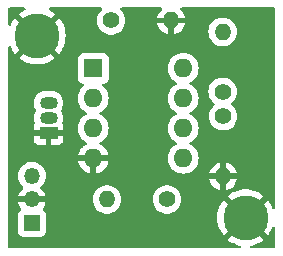
<source format=gbr>
%TF.GenerationSoftware,KiCad,Pcbnew,(7.0.0)*%
%TF.CreationDate,2023-11-14T13:44:42+01:00*%
%TF.ProjectId,LDR,4c44522e-6b69-4636-9164-5f7063625858,rev?*%
%TF.SameCoordinates,Original*%
%TF.FileFunction,Copper,L2,Bot*%
%TF.FilePolarity,Positive*%
%FSLAX46Y46*%
G04 Gerber Fmt 4.6, Leading zero omitted, Abs format (unit mm)*
G04 Created by KiCad (PCBNEW (7.0.0)) date 2023-11-14 13:44:42*
%MOMM*%
%LPD*%
G01*
G04 APERTURE LIST*
%TA.AperFunction,ComponentPad*%
%ADD10C,3.800000*%
%TD*%
%TA.AperFunction,ComponentPad*%
%ADD11C,1.400000*%
%TD*%
%TA.AperFunction,ComponentPad*%
%ADD12O,1.400000X1.400000*%
%TD*%
%TA.AperFunction,ComponentPad*%
%ADD13R,1.500000X1.050000*%
%TD*%
%TA.AperFunction,ComponentPad*%
%ADD14O,1.500000X1.050000*%
%TD*%
%TA.AperFunction,ComponentPad*%
%ADD15R,1.600000X1.600000*%
%TD*%
%TA.AperFunction,ComponentPad*%
%ADD16O,1.600000X1.600000*%
%TD*%
%TA.AperFunction,ComponentPad*%
%ADD17R,1.350000X1.350000*%
%TD*%
%TA.AperFunction,ComponentPad*%
%ADD18O,1.350000X1.350000*%
%TD*%
%TA.AperFunction,Conductor*%
%ADD19C,0.250000*%
%TD*%
G04 APERTURE END LIST*
D10*
%TO.P,H1,1,1*%
%TO.N,GND*%
X203250000Y-54900000D03*
%TD*%
D11*
%TO.P,R1,1*%
%TO.N,Net-(U1--A)*%
X209510000Y-53600000D03*
D12*
%TO.P,R1,2*%
%TO.N,GND*%
X214589999Y-53599999D03*
%TD*%
D11*
%TO.P,R2,1*%
%TO.N,+3V3*%
X218950000Y-59640000D03*
D12*
%TO.P,R2,2*%
%TO.N,Net-(U1-+A)*%
X218949999Y-54559999D03*
%TD*%
D11*
%TO.P,R3,1*%
%TO.N,+3V3*%
X214240000Y-68750000D03*
D12*
%TO.P,R3,2*%
%TO.N,Net-(U1--A)*%
X209159999Y-68749999D03*
%TD*%
D11*
%TO.P,R4,1*%
%TO.N,Net-(U1-+A)*%
X219000000Y-61710000D03*
D12*
%TO.P,R4,2*%
%TO.N,GND*%
X218999999Y-66789999D03*
%TD*%
D13*
%TO.P,Q1,1,E*%
%TO.N,GND*%
X204209999Y-63119999D03*
D14*
%TO.P,Q1,2,B*%
%TO.N,Net-(Q1-B)*%
X204209999Y-61849999D03*
%TO.P,Q1,3,C*%
%TO.N,3V3_en*%
X204209999Y-60579999D03*
%TD*%
D10*
%TO.P,H2,1,1*%
%TO.N,GND*%
X220900000Y-70300000D03*
%TD*%
D15*
%TO.P,U1,1,OUT-A*%
%TO.N,Net-(Q1-B)*%
X207999999Y-57649999D03*
D16*
%TO.P,U1,2,-A*%
%TO.N,Net-(U1--A)*%
X207999999Y-60189999D03*
%TO.P,U1,3,+A*%
%TO.N,Net-(U1-+A)*%
X207999999Y-62729999D03*
%TO.P,U1,4,GND*%
%TO.N,GND*%
X207999999Y-65269999D03*
%TO.P,U1,5*%
%TO.N,N/C*%
X215619999Y-65269999D03*
%TO.P,U1,6*%
X215619999Y-62729999D03*
%TO.P,U1,7*%
X215619999Y-60189999D03*
%TO.P,U1,8,V+*%
%TO.N,+3V3*%
X215619999Y-57649999D03*
%TD*%
D17*
%TO.P,J1,1,Pin_1*%
%TO.N,+3V3*%
X202799999Y-70749999D03*
D18*
%TO.P,J1,2,Pin_2*%
%TO.N,GND*%
X202799999Y-68749999D03*
%TO.P,J1,3,Pin_3*%
%TO.N,3V3_en*%
X202799999Y-66749999D03*
%TD*%
D19*
%TO.N,3V3_en*%
X203620000Y-60580000D02*
X204210000Y-60580000D01*
%TD*%
%TA.AperFunction,Conductor*%
%TO.N,GND*%
G36*
X202212377Y-52517373D02*
G01*
X202257831Y-52563402D01*
X202273918Y-52626058D01*
X202256261Y-52688290D01*
X202209666Y-52733162D01*
X201964892Y-52867727D01*
X201958309Y-52871905D01*
X201747441Y-53025109D01*
X201740167Y-53033295D01*
X201746073Y-53042520D01*
X203238457Y-54534904D01*
X203250000Y-54541568D01*
X203261542Y-54534904D01*
X204753927Y-53042518D01*
X204759831Y-53033294D01*
X204752560Y-53025111D01*
X204541679Y-52871897D01*
X204535115Y-52867732D01*
X204290334Y-52733162D01*
X204243739Y-52688290D01*
X204226082Y-52626058D01*
X204242169Y-52563402D01*
X204287623Y-52517373D01*
X204350072Y-52500500D01*
X208614052Y-52500500D01*
X208671365Y-52514540D01*
X208715700Y-52553481D01*
X208737016Y-52608504D01*
X208730487Y-52667150D01*
X208697590Y-52716137D01*
X208623259Y-52783897D01*
X208623249Y-52783907D01*
X208619019Y-52787764D01*
X208615570Y-52792330D01*
X208615561Y-52792341D01*
X208488394Y-52960738D01*
X208488387Y-52960748D01*
X208484942Y-52965311D01*
X208482392Y-52970431D01*
X208482387Y-52970440D01*
X208388325Y-53159341D01*
X208388321Y-53159349D01*
X208385771Y-53164472D01*
X208384205Y-53169975D01*
X208384201Y-53169986D01*
X208330281Y-53359500D01*
X208324885Y-53378464D01*
X208324356Y-53384169D01*
X208324356Y-53384171D01*
X208322786Y-53401111D01*
X208304357Y-53600000D01*
X208324885Y-53821536D01*
X208326454Y-53827050D01*
X208384201Y-54030013D01*
X208384204Y-54030021D01*
X208385771Y-54035528D01*
X208388323Y-54040653D01*
X208388325Y-54040658D01*
X208482387Y-54229559D01*
X208482389Y-54229563D01*
X208484942Y-54234689D01*
X208488391Y-54239256D01*
X208488394Y-54239261D01*
X208615561Y-54407658D01*
X208615566Y-54407663D01*
X208619019Y-54412236D01*
X208623255Y-54416097D01*
X208623259Y-54416102D01*
X208735603Y-54518517D01*
X208783438Y-54562124D01*
X208972599Y-54679247D01*
X209180060Y-54759618D01*
X209398757Y-54800500D01*
X209615514Y-54800500D01*
X209621243Y-54800500D01*
X209839940Y-54759618D01*
X210047401Y-54679247D01*
X210236562Y-54562124D01*
X210400981Y-54412236D01*
X210535058Y-54234689D01*
X210634229Y-54035528D01*
X210686282Y-53852580D01*
X213416920Y-53852580D01*
X213417440Y-53863835D01*
X213464672Y-54029840D01*
X213468792Y-54040474D01*
X213562813Y-54229295D01*
X213568820Y-54238997D01*
X213695932Y-54407320D01*
X213703630Y-54415764D01*
X213859505Y-54557862D01*
X213868609Y-54564738D01*
X214047950Y-54675781D01*
X214058163Y-54680867D01*
X214254855Y-54757066D01*
X214265831Y-54760188D01*
X214326570Y-54771542D01*
X214337598Y-54771160D01*
X214340000Y-54760393D01*
X214840000Y-54760393D01*
X214842401Y-54771160D01*
X214853429Y-54771542D01*
X214914168Y-54760188D01*
X214925144Y-54757066D01*
X215121836Y-54680867D01*
X215132049Y-54675781D01*
X215311390Y-54564738D01*
X215317663Y-54560000D01*
X217744357Y-54560000D01*
X217744886Y-54565709D01*
X217763923Y-54771160D01*
X217764885Y-54781536D01*
X217766454Y-54787050D01*
X217824201Y-54990013D01*
X217824204Y-54990021D01*
X217825771Y-54995528D01*
X217828323Y-55000653D01*
X217828325Y-55000658D01*
X217922387Y-55189559D01*
X217922389Y-55189563D01*
X217924942Y-55194689D01*
X217928391Y-55199256D01*
X217928394Y-55199261D01*
X218055561Y-55367658D01*
X218055566Y-55367663D01*
X218059019Y-55372236D01*
X218063255Y-55376097D01*
X218063259Y-55376102D01*
X218175603Y-55478517D01*
X218223438Y-55522124D01*
X218412599Y-55639247D01*
X218620060Y-55719618D01*
X218838757Y-55760500D01*
X219055514Y-55760500D01*
X219061243Y-55760500D01*
X219279940Y-55719618D01*
X219487401Y-55639247D01*
X219676562Y-55522124D01*
X219840981Y-55372236D01*
X219975058Y-55194689D01*
X220074229Y-54995528D01*
X220135115Y-54781536D01*
X220155643Y-54560000D01*
X220135115Y-54338464D01*
X220074229Y-54124472D01*
X219975058Y-53925311D01*
X219928634Y-53863835D01*
X219844438Y-53752341D01*
X219844434Y-53752337D01*
X219840981Y-53747764D01*
X219836744Y-53743901D01*
X219836740Y-53743897D01*
X219680796Y-53601736D01*
X219680797Y-53601736D01*
X219676562Y-53597876D01*
X219671692Y-53594861D01*
X219671690Y-53594859D01*
X219543782Y-53515663D01*
X219487401Y-53480753D01*
X219279940Y-53400382D01*
X219248159Y-53394441D01*
X219066872Y-53360552D01*
X219066869Y-53360551D01*
X219061243Y-53359500D01*
X218838757Y-53359500D01*
X218833131Y-53360551D01*
X218833127Y-53360552D01*
X218625697Y-53399328D01*
X218625694Y-53399328D01*
X218620060Y-53400382D01*
X218614717Y-53402451D01*
X218614713Y-53402453D01*
X218417941Y-53478683D01*
X218417936Y-53478685D01*
X218412599Y-53480753D01*
X218407727Y-53483769D01*
X218407724Y-53483771D01*
X218228309Y-53594859D01*
X218228301Y-53594864D01*
X218223438Y-53597876D01*
X218219207Y-53601732D01*
X218219203Y-53601736D01*
X218063259Y-53743897D01*
X218063249Y-53743907D01*
X218059019Y-53747764D01*
X218055570Y-53752330D01*
X218055561Y-53752341D01*
X217928394Y-53920738D01*
X217928387Y-53920748D01*
X217924942Y-53925311D01*
X217922392Y-53930431D01*
X217922387Y-53930440D01*
X217828325Y-54119341D01*
X217828321Y-54119349D01*
X217825771Y-54124472D01*
X217824205Y-54129975D01*
X217824201Y-54129986D01*
X217766454Y-54332949D01*
X217764885Y-54338464D01*
X217744357Y-54560000D01*
X215317663Y-54560000D01*
X215320494Y-54557862D01*
X215476369Y-54415764D01*
X215484067Y-54407320D01*
X215611179Y-54238997D01*
X215617186Y-54229295D01*
X215711207Y-54040474D01*
X215715327Y-54029840D01*
X215762559Y-53863835D01*
X215763079Y-53852580D01*
X215752110Y-53850000D01*
X214856326Y-53850000D01*
X214843450Y-53853450D01*
X214840000Y-53866326D01*
X214840000Y-54760393D01*
X214340000Y-54760393D01*
X214340000Y-53866326D01*
X214336549Y-53853450D01*
X214323674Y-53850000D01*
X213427890Y-53850000D01*
X213416920Y-53852580D01*
X210686282Y-53852580D01*
X210695115Y-53821536D01*
X210715643Y-53600000D01*
X210695115Y-53378464D01*
X210634229Y-53164472D01*
X210535058Y-52965311D01*
X210531605Y-52960738D01*
X210404438Y-52792341D01*
X210404434Y-52792337D01*
X210400981Y-52787764D01*
X210396744Y-52783901D01*
X210396740Y-52783897D01*
X210322410Y-52716137D01*
X210289513Y-52667150D01*
X210282984Y-52608504D01*
X210304300Y-52553481D01*
X210348635Y-52514540D01*
X210405948Y-52500500D01*
X213694794Y-52500500D01*
X213752107Y-52514540D01*
X213796442Y-52553481D01*
X213817758Y-52608504D01*
X213811229Y-52667150D01*
X213778332Y-52716137D01*
X213703630Y-52784235D01*
X213695932Y-52792679D01*
X213568820Y-52961002D01*
X213562813Y-52970704D01*
X213468792Y-53159525D01*
X213464672Y-53170159D01*
X213417440Y-53336164D01*
X213416920Y-53347419D01*
X213427890Y-53350000D01*
X215752110Y-53350000D01*
X215763079Y-53347419D01*
X215762559Y-53336164D01*
X215715327Y-53170159D01*
X215711207Y-53159525D01*
X215617186Y-52970704D01*
X215611179Y-52961002D01*
X215484067Y-52792679D01*
X215476369Y-52784235D01*
X215401668Y-52716137D01*
X215368771Y-52667150D01*
X215362242Y-52608504D01*
X215383558Y-52553481D01*
X215427893Y-52514540D01*
X215485206Y-52500500D01*
X223275500Y-52500500D01*
X223337500Y-52517113D01*
X223382887Y-52562500D01*
X223399500Y-52624500D01*
X223399500Y-69443203D01*
X223380197Y-69509645D01*
X223328297Y-69555402D01*
X223259959Y-69566225D01*
X223196460Y-69538747D01*
X223157569Y-69481521D01*
X223137078Y-69418458D01*
X223134218Y-69411234D01*
X223008949Y-69145023D01*
X223005207Y-69138217D01*
X222847569Y-68889818D01*
X222842993Y-68883520D01*
X222775725Y-68802208D01*
X222764423Y-68794440D01*
X222752441Y-68801110D01*
X221265095Y-70288457D01*
X221258431Y-70299999D01*
X221265095Y-70311542D01*
X222752441Y-71798888D01*
X222764424Y-71805558D01*
X222775723Y-71797793D01*
X222842997Y-71716474D01*
X222847568Y-71710182D01*
X223005207Y-71461782D01*
X223008949Y-71454976D01*
X223134218Y-71188765D01*
X223137078Y-71181541D01*
X223157569Y-71118479D01*
X223196460Y-71061253D01*
X223259959Y-71033775D01*
X223328297Y-71044598D01*
X223380197Y-71090355D01*
X223399500Y-71156797D01*
X223399500Y-72775500D01*
X223382887Y-72837500D01*
X223337500Y-72882887D01*
X223275500Y-72899500D01*
X221407747Y-72899500D01*
X221350298Y-72885389D01*
X221305924Y-72846268D01*
X221284725Y-72791041D01*
X221291524Y-72732277D01*
X221324775Y-72683350D01*
X221376909Y-72655396D01*
X221639334Y-72588016D01*
X221646729Y-72585613D01*
X221920266Y-72477313D01*
X221927305Y-72474000D01*
X222185108Y-72332272D01*
X222191678Y-72328102D01*
X222402560Y-72174887D01*
X222409831Y-72166704D01*
X222403927Y-72157480D01*
X220911542Y-70665095D01*
X220900000Y-70658431D01*
X220888457Y-70665095D01*
X219396071Y-72157480D01*
X219390167Y-72166704D01*
X219397438Y-72174887D01*
X219608320Y-72328102D01*
X219614891Y-72332272D01*
X219872694Y-72474000D01*
X219879733Y-72477313D01*
X220153270Y-72585613D01*
X220160665Y-72588016D01*
X220423091Y-72655396D01*
X220475225Y-72683350D01*
X220508476Y-72732277D01*
X220515275Y-72791041D01*
X220494076Y-72846268D01*
X220449702Y-72885389D01*
X220392253Y-72899500D01*
X200924500Y-72899500D01*
X200862500Y-72882887D01*
X200817113Y-72837500D01*
X200800500Y-72775500D01*
X200800500Y-71469578D01*
X201624500Y-71469578D01*
X201624501Y-71472872D01*
X201624853Y-71476150D01*
X201624854Y-71476161D01*
X201630079Y-71524768D01*
X201630080Y-71524773D01*
X201630909Y-71532483D01*
X201633619Y-71539749D01*
X201633620Y-71539753D01*
X201667217Y-71629831D01*
X201681204Y-71667331D01*
X201686518Y-71674430D01*
X201686519Y-71674431D01*
X201713281Y-71710181D01*
X201767454Y-71782546D01*
X201882669Y-71868796D01*
X202017517Y-71919091D01*
X202077127Y-71925500D01*
X203522872Y-71925499D01*
X203582483Y-71919091D01*
X203717331Y-71868796D01*
X203832546Y-71782546D01*
X203918796Y-71667331D01*
X203969091Y-71532483D01*
X203975500Y-71472873D01*
X203975499Y-70303894D01*
X218495500Y-70303894D01*
X218513972Y-70597500D01*
X218514946Y-70605220D01*
X218570073Y-70894206D01*
X218572009Y-70901745D01*
X218662921Y-71181541D01*
X218665781Y-71188765D01*
X218791050Y-71454976D01*
X218794792Y-71461782D01*
X218952430Y-71710181D01*
X218957006Y-71716479D01*
X219024273Y-71797790D01*
X219035575Y-71805558D01*
X219047557Y-71798888D01*
X220534904Y-70311542D01*
X220541568Y-70299999D01*
X220534904Y-70288457D01*
X219047558Y-68801111D01*
X219035574Y-68794441D01*
X219024273Y-68802208D01*
X218957001Y-68883526D01*
X218952434Y-68889812D01*
X218794792Y-69138217D01*
X218791050Y-69145023D01*
X218665781Y-69411234D01*
X218662921Y-69418458D01*
X218572009Y-69698254D01*
X218570073Y-69705793D01*
X218514946Y-69994779D01*
X218513972Y-70002499D01*
X218495500Y-70296106D01*
X218495500Y-70303894D01*
X203975499Y-70303894D01*
X203975499Y-70027128D01*
X203969091Y-69967517D01*
X203918796Y-69832669D01*
X203832546Y-69717454D01*
X203820268Y-69708263D01*
X203806167Y-69697706D01*
X203746492Y-69653034D01*
X203706748Y-69602422D01*
X203697724Y-69538703D01*
X203721851Y-69479042D01*
X203799833Y-69375777D01*
X203805839Y-69366078D01*
X203897791Y-69181413D01*
X203901919Y-69170757D01*
X203946567Y-69013838D01*
X203947088Y-69002579D01*
X203936120Y-69000000D01*
X201663880Y-69000000D01*
X201652911Y-69002579D01*
X201653432Y-69013838D01*
X201698080Y-69170757D01*
X201702208Y-69181413D01*
X201794160Y-69366078D01*
X201800166Y-69375777D01*
X201878148Y-69479042D01*
X201902275Y-69538703D01*
X201893251Y-69602421D01*
X201853505Y-69653036D01*
X201774550Y-69712141D01*
X201774546Y-69712144D01*
X201767454Y-69717454D01*
X201762144Y-69724546D01*
X201762141Y-69724550D01*
X201686519Y-69825568D01*
X201686516Y-69825572D01*
X201681204Y-69832669D01*
X201678104Y-69840978D01*
X201678104Y-69840980D01*
X201633620Y-69960247D01*
X201633619Y-69960250D01*
X201630909Y-69967517D01*
X201630079Y-69975227D01*
X201630079Y-69975232D01*
X201624855Y-70023819D01*
X201624854Y-70023831D01*
X201624500Y-70027127D01*
X201624500Y-70030448D01*
X201624500Y-70030449D01*
X201624500Y-71469560D01*
X201624500Y-71469578D01*
X200800500Y-71469578D01*
X200800500Y-68750000D01*
X207954357Y-68750000D01*
X207974885Y-68971536D01*
X207984195Y-69004258D01*
X208034201Y-69180013D01*
X208034204Y-69180021D01*
X208035771Y-69185528D01*
X208038323Y-69190653D01*
X208038325Y-69190658D01*
X208132387Y-69379559D01*
X208132389Y-69379563D01*
X208134942Y-69384689D01*
X208138391Y-69389256D01*
X208138394Y-69389261D01*
X208265561Y-69557658D01*
X208265566Y-69557663D01*
X208269019Y-69562236D01*
X208273255Y-69566097D01*
X208273259Y-69566102D01*
X208344673Y-69631204D01*
X208433438Y-69712124D01*
X208622599Y-69829247D01*
X208830060Y-69909618D01*
X209048757Y-69950500D01*
X209265514Y-69950500D01*
X209271243Y-69950500D01*
X209489940Y-69909618D01*
X209697401Y-69829247D01*
X209886562Y-69712124D01*
X210050981Y-69562236D01*
X210185058Y-69384689D01*
X210284229Y-69185528D01*
X210345115Y-68971536D01*
X210365643Y-68750000D01*
X213034357Y-68750000D01*
X213054885Y-68971536D01*
X213064195Y-69004258D01*
X213114201Y-69180013D01*
X213114204Y-69180021D01*
X213115771Y-69185528D01*
X213118323Y-69190653D01*
X213118325Y-69190658D01*
X213212387Y-69379559D01*
X213212389Y-69379563D01*
X213214942Y-69384689D01*
X213218391Y-69389256D01*
X213218394Y-69389261D01*
X213345561Y-69557658D01*
X213345566Y-69557663D01*
X213349019Y-69562236D01*
X213353255Y-69566097D01*
X213353259Y-69566102D01*
X213424673Y-69631204D01*
X213513438Y-69712124D01*
X213702599Y-69829247D01*
X213910060Y-69909618D01*
X214128757Y-69950500D01*
X214345514Y-69950500D01*
X214351243Y-69950500D01*
X214569940Y-69909618D01*
X214777401Y-69829247D01*
X214966562Y-69712124D01*
X215130981Y-69562236D01*
X215265058Y-69384689D01*
X215364229Y-69185528D01*
X215425115Y-68971536D01*
X215445643Y-68750000D01*
X215425115Y-68528464D01*
X215398037Y-68433295D01*
X219390167Y-68433295D01*
X219396073Y-68442520D01*
X220888457Y-69934904D01*
X220900000Y-69941568D01*
X220911542Y-69934904D01*
X222403927Y-68442518D01*
X222409831Y-68433294D01*
X222402560Y-68425111D01*
X222191679Y-68271897D01*
X222185108Y-68267727D01*
X221927305Y-68125999D01*
X221920266Y-68122686D01*
X221646729Y-68014386D01*
X221639334Y-68011983D01*
X221354374Y-67938817D01*
X221346743Y-67937362D01*
X221054859Y-67900488D01*
X221047101Y-67900000D01*
X220752899Y-67900000D01*
X220745140Y-67900488D01*
X220453256Y-67937362D01*
X220445625Y-67938817D01*
X220160665Y-68011983D01*
X220153270Y-68014386D01*
X219879733Y-68122686D01*
X219872694Y-68125999D01*
X219614899Y-68267723D01*
X219608309Y-68271905D01*
X219397441Y-68425109D01*
X219390167Y-68433295D01*
X215398037Y-68433295D01*
X215373539Y-68347194D01*
X215365798Y-68319986D01*
X215365797Y-68319984D01*
X215364229Y-68314472D01*
X215265058Y-68115311D01*
X215261605Y-68110738D01*
X215134438Y-67942341D01*
X215134434Y-67942337D01*
X215130981Y-67937764D01*
X215126744Y-67933901D01*
X215126740Y-67933897D01*
X214970796Y-67791736D01*
X214970797Y-67791736D01*
X214966562Y-67787876D01*
X214961692Y-67784861D01*
X214961690Y-67784859D01*
X214782275Y-67673771D01*
X214782276Y-67673771D01*
X214777401Y-67670753D01*
X214746291Y-67658701D01*
X214575286Y-67592453D01*
X214575285Y-67592452D01*
X214569940Y-67590382D01*
X214564302Y-67589328D01*
X214356872Y-67550552D01*
X214356869Y-67550551D01*
X214351243Y-67549500D01*
X214128757Y-67549500D01*
X214123131Y-67550551D01*
X214123127Y-67550552D01*
X213915697Y-67589328D01*
X213915694Y-67589328D01*
X213910060Y-67590382D01*
X213904717Y-67592451D01*
X213904713Y-67592453D01*
X213707941Y-67668683D01*
X213707936Y-67668685D01*
X213702599Y-67670753D01*
X213697727Y-67673769D01*
X213697724Y-67673771D01*
X213518309Y-67784859D01*
X213518301Y-67784864D01*
X213513438Y-67787876D01*
X213509207Y-67791732D01*
X213509203Y-67791736D01*
X213353259Y-67933897D01*
X213353249Y-67933907D01*
X213349019Y-67937764D01*
X213345570Y-67942330D01*
X213345561Y-67942341D01*
X213218394Y-68110738D01*
X213218387Y-68110748D01*
X213214942Y-68115311D01*
X213212392Y-68120431D01*
X213212387Y-68120440D01*
X213118325Y-68309341D01*
X213118321Y-68309349D01*
X213115771Y-68314472D01*
X213114205Y-68319975D01*
X213114201Y-68319986D01*
X213056454Y-68522949D01*
X213054885Y-68528464D01*
X213034357Y-68750000D01*
X210365643Y-68750000D01*
X210345115Y-68528464D01*
X210293539Y-68347194D01*
X210285798Y-68319986D01*
X210285797Y-68319984D01*
X210284229Y-68314472D01*
X210185058Y-68115311D01*
X210181605Y-68110738D01*
X210054438Y-67942341D01*
X210054434Y-67942337D01*
X210050981Y-67937764D01*
X210046744Y-67933901D01*
X210046740Y-67933897D01*
X209890796Y-67791736D01*
X209890797Y-67791736D01*
X209886562Y-67787876D01*
X209881692Y-67784861D01*
X209881690Y-67784859D01*
X209702275Y-67673771D01*
X209702276Y-67673771D01*
X209697401Y-67670753D01*
X209666291Y-67658701D01*
X209495286Y-67592453D01*
X209495285Y-67592452D01*
X209489940Y-67590382D01*
X209484302Y-67589328D01*
X209276872Y-67550552D01*
X209276869Y-67550551D01*
X209271243Y-67549500D01*
X209048757Y-67549500D01*
X209043131Y-67550551D01*
X209043127Y-67550552D01*
X208835697Y-67589328D01*
X208835694Y-67589328D01*
X208830060Y-67590382D01*
X208824717Y-67592451D01*
X208824713Y-67592453D01*
X208627941Y-67668683D01*
X208627936Y-67668685D01*
X208622599Y-67670753D01*
X208617727Y-67673769D01*
X208617724Y-67673771D01*
X208438309Y-67784859D01*
X208438301Y-67784864D01*
X208433438Y-67787876D01*
X208429207Y-67791732D01*
X208429203Y-67791736D01*
X208273259Y-67933897D01*
X208273249Y-67933907D01*
X208269019Y-67937764D01*
X208265570Y-67942330D01*
X208265561Y-67942341D01*
X208138394Y-68110738D01*
X208138387Y-68110748D01*
X208134942Y-68115311D01*
X208132392Y-68120431D01*
X208132387Y-68120440D01*
X208038325Y-68309341D01*
X208038321Y-68309349D01*
X208035771Y-68314472D01*
X208034205Y-68319975D01*
X208034201Y-68319986D01*
X207976454Y-68522949D01*
X207974885Y-68528464D01*
X207954357Y-68750000D01*
X200800500Y-68750000D01*
X200800500Y-66750000D01*
X201619464Y-66750000D01*
X201639565Y-66966923D01*
X201699183Y-67176459D01*
X201701735Y-67181585D01*
X201701737Y-67181589D01*
X201793733Y-67366342D01*
X201793735Y-67366346D01*
X201796288Y-67371472D01*
X201927573Y-67545322D01*
X201931809Y-67549183D01*
X201931813Y-67549188D01*
X202051944Y-67658701D01*
X202087672Y-67716404D01*
X202087672Y-67784272D01*
X202051944Y-67841975D01*
X201932181Y-67951152D01*
X201924487Y-67959593D01*
X201800169Y-68124217D01*
X201794160Y-68133921D01*
X201702208Y-68318586D01*
X201698080Y-68329242D01*
X201653432Y-68486161D01*
X201652911Y-68497420D01*
X201663880Y-68500000D01*
X203936120Y-68500000D01*
X203947088Y-68497420D01*
X203946567Y-68486161D01*
X203901919Y-68329242D01*
X203897791Y-68318586D01*
X203805839Y-68133921D01*
X203799830Y-68124217D01*
X203675512Y-67959593D01*
X203667818Y-67951152D01*
X203548055Y-67841975D01*
X203512327Y-67784272D01*
X203512327Y-67716404D01*
X203548053Y-67658702D01*
X203672427Y-67545322D01*
X203803712Y-67371472D01*
X203900817Y-67176459D01*
X203938909Y-67042580D01*
X217826920Y-67042580D01*
X217827440Y-67053835D01*
X217874672Y-67219840D01*
X217878792Y-67230474D01*
X217972813Y-67419295D01*
X217978820Y-67428997D01*
X218105932Y-67597320D01*
X218113630Y-67605764D01*
X218269505Y-67747862D01*
X218278609Y-67754738D01*
X218457950Y-67865781D01*
X218468163Y-67870867D01*
X218664855Y-67947066D01*
X218675831Y-67950188D01*
X218736570Y-67961542D01*
X218747598Y-67961160D01*
X218750000Y-67950393D01*
X219250000Y-67950393D01*
X219252401Y-67961160D01*
X219263429Y-67961542D01*
X219324168Y-67950188D01*
X219335144Y-67947066D01*
X219531836Y-67870867D01*
X219542049Y-67865781D01*
X219721390Y-67754738D01*
X219730494Y-67747862D01*
X219886369Y-67605764D01*
X219894067Y-67597320D01*
X220021179Y-67428997D01*
X220027186Y-67419295D01*
X220121207Y-67230474D01*
X220125327Y-67219840D01*
X220172559Y-67053835D01*
X220173079Y-67042580D01*
X220162110Y-67040000D01*
X219266326Y-67040000D01*
X219253450Y-67043450D01*
X219250000Y-67056326D01*
X219250000Y-67950393D01*
X218750000Y-67950393D01*
X218750000Y-67056326D01*
X218746549Y-67043450D01*
X218733674Y-67040000D01*
X217837890Y-67040000D01*
X217826920Y-67042580D01*
X203938909Y-67042580D01*
X203960435Y-66966923D01*
X203980536Y-66750000D01*
X203960435Y-66533077D01*
X203900817Y-66323541D01*
X203803712Y-66128528D01*
X203672427Y-65954678D01*
X203511432Y-65807912D01*
X203506562Y-65804897D01*
X203506560Y-65804895D01*
X203331086Y-65696247D01*
X203331085Y-65696246D01*
X203326210Y-65693228D01*
X203320863Y-65691156D01*
X203320860Y-65691155D01*
X203161987Y-65629607D01*
X203123069Y-65614530D01*
X203117443Y-65613478D01*
X203117435Y-65613476D01*
X202914555Y-65575552D01*
X202914552Y-65575551D01*
X202908926Y-65574500D01*
X202691074Y-65574500D01*
X202685448Y-65575551D01*
X202685444Y-65575552D01*
X202482564Y-65613476D01*
X202482553Y-65613478D01*
X202476931Y-65614530D01*
X202471584Y-65616601D01*
X202471582Y-65616602D01*
X202279139Y-65691155D01*
X202279132Y-65691158D01*
X202273790Y-65693228D01*
X202268918Y-65696244D01*
X202268913Y-65696247D01*
X202093439Y-65804895D01*
X202093431Y-65804900D01*
X202088568Y-65807912D01*
X202084337Y-65811768D01*
X202084333Y-65811772D01*
X201931813Y-65950812D01*
X201931809Y-65950816D01*
X201927573Y-65954678D01*
X201924119Y-65959251D01*
X201924116Y-65959255D01*
X201808038Y-66112968D01*
X201796288Y-66128528D01*
X201793738Y-66133648D01*
X201793733Y-66133657D01*
X201701737Y-66318410D01*
X201701733Y-66318418D01*
X201699183Y-66323541D01*
X201697614Y-66329053D01*
X201697614Y-66329055D01*
X201650556Y-66494449D01*
X201639565Y-66533077D01*
X201639036Y-66538782D01*
X201639036Y-66538784D01*
X201635637Y-66575468D01*
X201619464Y-66750000D01*
X200800500Y-66750000D01*
X200800500Y-65522551D01*
X206724452Y-65522551D01*
X206724820Y-65533780D01*
X206772330Y-65711092D01*
X206776022Y-65721234D01*
X206867579Y-65917580D01*
X206872967Y-65926912D01*
X206997232Y-66104381D01*
X207004169Y-66112647D01*
X207157352Y-66265830D01*
X207165618Y-66272767D01*
X207343087Y-66397032D01*
X207352419Y-66402420D01*
X207548765Y-66493977D01*
X207558907Y-66497669D01*
X207736219Y-66545179D01*
X207747448Y-66545547D01*
X207750000Y-66534605D01*
X208250000Y-66534605D01*
X208252551Y-66545547D01*
X208263780Y-66545179D01*
X208441092Y-66497669D01*
X208451234Y-66493977D01*
X208647580Y-66402420D01*
X208656912Y-66397032D01*
X208834381Y-66272767D01*
X208842647Y-66265830D01*
X208995830Y-66112647D01*
X209002767Y-66104381D01*
X209127032Y-65926912D01*
X209132420Y-65917580D01*
X209223977Y-65721234D01*
X209227669Y-65711092D01*
X209275179Y-65533780D01*
X209275547Y-65522551D01*
X209264605Y-65520000D01*
X208266326Y-65520000D01*
X208253450Y-65523450D01*
X208250000Y-65536326D01*
X208250000Y-66534605D01*
X207750000Y-66534605D01*
X207750000Y-65536326D01*
X207746549Y-65523450D01*
X207733674Y-65520000D01*
X206735395Y-65520000D01*
X206724452Y-65522551D01*
X200800500Y-65522551D01*
X200800500Y-65270000D01*
X214314532Y-65270000D01*
X214334365Y-65496692D01*
X214335762Y-65501907D01*
X214335764Y-65501916D01*
X214391858Y-65711263D01*
X214391861Y-65711271D01*
X214393261Y-65716496D01*
X214489432Y-65922734D01*
X214492539Y-65927171D01*
X214492540Y-65927173D01*
X214576600Y-66047224D01*
X214619953Y-66109139D01*
X214780861Y-66270047D01*
X214967266Y-66400568D01*
X215173504Y-66496739D01*
X215178734Y-66498140D01*
X215178736Y-66498141D01*
X215330419Y-66538784D01*
X215393308Y-66555635D01*
X215620000Y-66575468D01*
X215846692Y-66555635D01*
X215914675Y-66537419D01*
X217826920Y-66537419D01*
X217837890Y-66540000D01*
X218733674Y-66540000D01*
X218746549Y-66536549D01*
X218750000Y-66523674D01*
X219250000Y-66523674D01*
X219253450Y-66536549D01*
X219266326Y-66540000D01*
X220162110Y-66540000D01*
X220173079Y-66537419D01*
X220172559Y-66526164D01*
X220125327Y-66360159D01*
X220121207Y-66349525D01*
X220027186Y-66160704D01*
X220021179Y-66151002D01*
X219894067Y-65982679D01*
X219886369Y-65974235D01*
X219730494Y-65832137D01*
X219721390Y-65825261D01*
X219542049Y-65714218D01*
X219531836Y-65709132D01*
X219335144Y-65632933D01*
X219324168Y-65629811D01*
X219263429Y-65618457D01*
X219252401Y-65618839D01*
X219250000Y-65629607D01*
X219250000Y-66523674D01*
X218750000Y-66523674D01*
X218750000Y-65629607D01*
X218747598Y-65618839D01*
X218736570Y-65618457D01*
X218675831Y-65629811D01*
X218664855Y-65632933D01*
X218468163Y-65709132D01*
X218457950Y-65714218D01*
X218278609Y-65825261D01*
X218269505Y-65832137D01*
X218113630Y-65974235D01*
X218105932Y-65982679D01*
X217978820Y-66151002D01*
X217972813Y-66160704D01*
X217878792Y-66349525D01*
X217874672Y-66360159D01*
X217827440Y-66526164D01*
X217826920Y-66537419D01*
X215914675Y-66537419D01*
X216066496Y-66496739D01*
X216272734Y-66400568D01*
X216459139Y-66270047D01*
X216620047Y-66109139D01*
X216750568Y-65922734D01*
X216846739Y-65716496D01*
X216905635Y-65496692D01*
X216925468Y-65270000D01*
X216905635Y-65043308D01*
X216846739Y-64823504D01*
X216750568Y-64617266D01*
X216620047Y-64430861D01*
X216459139Y-64269953D01*
X216280686Y-64145000D01*
X216277173Y-64142540D01*
X216277171Y-64142539D01*
X216272734Y-64139432D01*
X216214724Y-64112381D01*
X216162549Y-64066625D01*
X216143130Y-64000000D01*
X216162549Y-63933375D01*
X216214725Y-63887618D01*
X216272734Y-63860568D01*
X216459139Y-63730047D01*
X216620047Y-63569139D01*
X216750568Y-63382734D01*
X216846739Y-63176496D01*
X216905635Y-62956692D01*
X216925468Y-62730000D01*
X216905635Y-62503308D01*
X216867563Y-62361219D01*
X216848141Y-62288736D01*
X216848140Y-62288734D01*
X216846739Y-62283504D01*
X216750568Y-62077266D01*
X216620047Y-61890861D01*
X216459139Y-61729953D01*
X216272734Y-61599432D01*
X216214724Y-61572381D01*
X216162549Y-61526625D01*
X216143130Y-61460000D01*
X216162549Y-61393375D01*
X216214725Y-61347618D01*
X216272734Y-61320568D01*
X216459139Y-61190047D01*
X216620047Y-61029139D01*
X216750568Y-60842734D01*
X216846739Y-60636496D01*
X216905635Y-60416692D01*
X216925468Y-60190000D01*
X216905635Y-59963308D01*
X216846739Y-59743504D01*
X216798474Y-59640000D01*
X217744357Y-59640000D01*
X217764885Y-59861536D01*
X217766454Y-59867050D01*
X217824201Y-60070013D01*
X217824204Y-60070021D01*
X217825771Y-60075528D01*
X217828323Y-60080653D01*
X217828325Y-60080658D01*
X217922387Y-60269559D01*
X217922389Y-60269563D01*
X217924942Y-60274689D01*
X217928391Y-60279256D01*
X217928394Y-60279261D01*
X218055561Y-60447658D01*
X218055566Y-60447663D01*
X218059019Y-60452236D01*
X218063255Y-60456097D01*
X218063259Y-60456102D01*
X218146311Y-60531813D01*
X218219612Y-60598636D01*
X218223438Y-60602124D01*
X218222992Y-60602612D01*
X218254428Y-60639589D01*
X218268603Y-60691683D01*
X218259297Y-60744864D01*
X218228274Y-60789047D01*
X218109019Y-60897764D01*
X218105570Y-60902330D01*
X218105561Y-60902341D01*
X217978394Y-61070738D01*
X217978387Y-61070748D01*
X217974942Y-61075311D01*
X217972392Y-61080431D01*
X217972387Y-61080440D01*
X217878325Y-61269341D01*
X217878321Y-61269349D01*
X217875771Y-61274472D01*
X217874205Y-61279975D01*
X217874201Y-61279986D01*
X217822561Y-61461486D01*
X217814885Y-61488464D01*
X217814356Y-61494169D01*
X217814356Y-61494171D01*
X217794886Y-61704291D01*
X217794357Y-61710000D01*
X217814885Y-61931536D01*
X217816454Y-61937050D01*
X217874201Y-62140013D01*
X217874204Y-62140021D01*
X217875771Y-62145528D01*
X217878323Y-62150653D01*
X217878325Y-62150658D01*
X217972387Y-62339559D01*
X217972389Y-62339563D01*
X217974942Y-62344689D01*
X217978391Y-62349256D01*
X217978394Y-62349261D01*
X218105561Y-62517658D01*
X218105566Y-62517663D01*
X218109019Y-62522236D01*
X218113255Y-62526097D01*
X218113259Y-62526102D01*
X218225603Y-62628517D01*
X218273438Y-62672124D01*
X218462599Y-62789247D01*
X218670060Y-62869618D01*
X218888757Y-62910500D01*
X219105514Y-62910500D01*
X219111243Y-62910500D01*
X219329940Y-62869618D01*
X219537401Y-62789247D01*
X219726562Y-62672124D01*
X219890981Y-62522236D01*
X220025058Y-62344689D01*
X220124229Y-62145528D01*
X220185115Y-61931536D01*
X220205643Y-61710000D01*
X220185115Y-61488464D01*
X220124229Y-61274472D01*
X220025058Y-61075311D01*
X220021605Y-61070738D01*
X219894438Y-60902341D01*
X219894434Y-60902337D01*
X219890981Y-60897764D01*
X219886744Y-60893901D01*
X219886740Y-60893897D01*
X219793523Y-60808919D01*
X219726562Y-60747876D01*
X219726562Y-60747875D01*
X219727006Y-60747388D01*
X219695570Y-60710407D01*
X219681396Y-60658313D01*
X219690703Y-60605134D01*
X219721721Y-60560955D01*
X219840981Y-60452236D01*
X219975058Y-60274689D01*
X220074229Y-60075528D01*
X220135115Y-59861536D01*
X220155643Y-59640000D01*
X220135115Y-59418464D01*
X220074229Y-59204472D01*
X219975058Y-59005311D01*
X219960946Y-58986623D01*
X219844438Y-58832341D01*
X219844434Y-58832337D01*
X219840981Y-58827764D01*
X219836744Y-58823901D01*
X219836740Y-58823897D01*
X219692418Y-58692331D01*
X219676562Y-58677876D01*
X219671692Y-58674861D01*
X219671690Y-58674859D01*
X219493861Y-58564753D01*
X219487401Y-58560753D01*
X219325089Y-58497873D01*
X219285286Y-58482453D01*
X219285285Y-58482452D01*
X219279940Y-58480382D01*
X219274302Y-58479328D01*
X219066872Y-58440552D01*
X219066869Y-58440551D01*
X219061243Y-58439500D01*
X218838757Y-58439500D01*
X218833131Y-58440551D01*
X218833127Y-58440552D01*
X218625697Y-58479328D01*
X218625694Y-58479328D01*
X218620060Y-58480382D01*
X218614717Y-58482451D01*
X218614713Y-58482453D01*
X218417941Y-58558683D01*
X218417936Y-58558685D01*
X218412599Y-58560753D01*
X218407727Y-58563769D01*
X218407724Y-58563771D01*
X218228309Y-58674859D01*
X218228301Y-58674864D01*
X218223438Y-58677876D01*
X218219207Y-58681732D01*
X218219203Y-58681736D01*
X218063259Y-58823897D01*
X218063249Y-58823907D01*
X218059019Y-58827764D01*
X218055570Y-58832330D01*
X218055561Y-58832341D01*
X217928394Y-59000738D01*
X217928387Y-59000748D01*
X217924942Y-59005311D01*
X217922392Y-59010431D01*
X217922387Y-59010440D01*
X217828325Y-59199341D01*
X217828321Y-59199349D01*
X217825771Y-59204472D01*
X217824205Y-59209975D01*
X217824201Y-59209986D01*
X217766454Y-59412949D01*
X217764885Y-59418464D01*
X217764356Y-59424169D01*
X217764356Y-59424171D01*
X217752280Y-59554500D01*
X217744357Y-59640000D01*
X216798474Y-59640000D01*
X216750568Y-59537266D01*
X216620047Y-59350861D01*
X216459139Y-59189953D01*
X216272734Y-59059432D01*
X216267827Y-59057143D01*
X216267817Y-59057138D01*
X216214724Y-59032380D01*
X216162549Y-58986623D01*
X216143130Y-58919997D01*
X216162550Y-58853372D01*
X216214723Y-58807618D01*
X216272734Y-58780568D01*
X216459139Y-58650047D01*
X216620047Y-58489139D01*
X216750568Y-58302734D01*
X216846739Y-58096496D01*
X216905635Y-57876692D01*
X216925468Y-57650000D01*
X216905635Y-57423308D01*
X216846739Y-57203504D01*
X216750568Y-56997266D01*
X216620047Y-56810861D01*
X216459139Y-56649953D01*
X216272734Y-56519432D01*
X216066496Y-56423261D01*
X216061271Y-56421861D01*
X216061263Y-56421858D01*
X215851916Y-56365764D01*
X215851907Y-56365762D01*
X215846692Y-56364365D01*
X215841304Y-56363893D01*
X215841301Y-56363893D01*
X215625395Y-56345004D01*
X215620000Y-56344532D01*
X215614605Y-56345004D01*
X215398698Y-56363893D01*
X215398693Y-56363893D01*
X215393308Y-56364365D01*
X215388094Y-56365762D01*
X215388083Y-56365764D01*
X215178736Y-56421858D01*
X215178724Y-56421862D01*
X215173504Y-56423261D01*
X215168599Y-56425547D01*
X215168594Y-56425550D01*
X214972176Y-56517142D01*
X214972172Y-56517144D01*
X214967266Y-56519432D01*
X214962833Y-56522535D01*
X214962826Y-56522540D01*
X214785296Y-56646847D01*
X214785291Y-56646850D01*
X214780861Y-56649953D01*
X214777037Y-56653776D01*
X214777031Y-56653782D01*
X214623782Y-56807031D01*
X214623776Y-56807037D01*
X214619953Y-56810861D01*
X214616850Y-56815291D01*
X214616847Y-56815296D01*
X214492540Y-56992826D01*
X214492535Y-56992833D01*
X214489432Y-56997266D01*
X214487144Y-57002172D01*
X214487142Y-57002176D01*
X214395550Y-57198594D01*
X214395547Y-57198599D01*
X214393261Y-57203504D01*
X214391862Y-57208724D01*
X214391858Y-57208736D01*
X214335764Y-57418083D01*
X214335762Y-57418094D01*
X214334365Y-57423308D01*
X214314532Y-57650000D01*
X214334365Y-57876692D01*
X214335762Y-57881907D01*
X214335764Y-57881916D01*
X214391858Y-58091263D01*
X214391861Y-58091271D01*
X214393261Y-58096496D01*
X214489432Y-58302734D01*
X214619953Y-58489139D01*
X214780861Y-58650047D01*
X214967266Y-58780568D01*
X214972172Y-58782855D01*
X214972176Y-58782858D01*
X215025274Y-58807618D01*
X215077450Y-58853375D01*
X215096869Y-58920000D01*
X215077450Y-58986625D01*
X215025274Y-59032382D01*
X214972176Y-59057141D01*
X214972163Y-59057148D01*
X214967266Y-59059432D01*
X214962833Y-59062535D01*
X214962826Y-59062540D01*
X214785296Y-59186847D01*
X214785294Y-59186849D01*
X214780861Y-59189953D01*
X214777037Y-59193776D01*
X214777031Y-59193782D01*
X214623782Y-59347031D01*
X214623776Y-59347037D01*
X214619953Y-59350861D01*
X214616850Y-59355291D01*
X214616847Y-59355296D01*
X214492540Y-59532826D01*
X214492535Y-59532833D01*
X214489432Y-59537266D01*
X214487144Y-59542172D01*
X214487142Y-59542176D01*
X214395550Y-59738594D01*
X214395547Y-59738599D01*
X214393261Y-59743504D01*
X214391862Y-59748724D01*
X214391858Y-59748736D01*
X214335764Y-59958083D01*
X214335762Y-59958094D01*
X214334365Y-59963308D01*
X214333893Y-59968693D01*
X214333893Y-59968698D01*
X214324547Y-60075528D01*
X214314532Y-60190000D01*
X214315004Y-60195395D01*
X214321492Y-60269559D01*
X214334365Y-60416692D01*
X214335762Y-60421907D01*
X214335764Y-60421916D01*
X214391858Y-60631263D01*
X214391861Y-60631271D01*
X214393261Y-60636496D01*
X214395549Y-60641403D01*
X214395550Y-60641405D01*
X214457832Y-60774968D01*
X214489432Y-60842734D01*
X214492539Y-60847171D01*
X214492540Y-60847173D01*
X214527964Y-60897764D01*
X214619953Y-61029139D01*
X214780861Y-61190047D01*
X214967266Y-61320568D01*
X214972172Y-61322855D01*
X214972176Y-61322858D01*
X215025274Y-61347618D01*
X215077450Y-61393375D01*
X215096869Y-61460000D01*
X215077450Y-61526625D01*
X215025274Y-61572382D01*
X214972176Y-61597141D01*
X214972163Y-61597148D01*
X214967266Y-61599432D01*
X214962833Y-61602535D01*
X214962826Y-61602540D01*
X214785296Y-61726847D01*
X214785291Y-61726850D01*
X214780861Y-61729953D01*
X214777037Y-61733776D01*
X214777031Y-61733782D01*
X214623782Y-61887031D01*
X214623776Y-61887037D01*
X214619953Y-61890861D01*
X214616850Y-61895291D01*
X214616847Y-61895296D01*
X214492540Y-62072826D01*
X214492535Y-62072833D01*
X214489432Y-62077266D01*
X214487144Y-62082172D01*
X214487142Y-62082176D01*
X214395550Y-62278594D01*
X214395547Y-62278599D01*
X214393261Y-62283504D01*
X214391862Y-62288724D01*
X214391858Y-62288736D01*
X214335764Y-62498083D01*
X214335762Y-62498094D01*
X214334365Y-62503308D01*
X214333893Y-62508693D01*
X214333893Y-62508698D01*
X214319933Y-62668263D01*
X214314532Y-62730000D01*
X214315004Y-62735395D01*
X214330323Y-62910500D01*
X214334365Y-62956692D01*
X214335762Y-62961907D01*
X214335764Y-62961916D01*
X214391858Y-63171263D01*
X214391861Y-63171271D01*
X214393261Y-63176496D01*
X214489432Y-63382734D01*
X214619953Y-63569139D01*
X214780861Y-63730047D01*
X214967266Y-63860568D01*
X214972172Y-63862855D01*
X214972176Y-63862858D01*
X215025274Y-63887618D01*
X215077450Y-63933375D01*
X215096869Y-64000000D01*
X215077450Y-64066625D01*
X215025274Y-64112382D01*
X214972176Y-64137141D01*
X214972163Y-64137148D01*
X214967266Y-64139432D01*
X214962833Y-64142535D01*
X214962826Y-64142540D01*
X214785296Y-64266847D01*
X214785291Y-64266850D01*
X214780861Y-64269953D01*
X214777037Y-64273776D01*
X214777031Y-64273782D01*
X214623782Y-64427031D01*
X214623776Y-64427037D01*
X214619953Y-64430861D01*
X214616850Y-64435291D01*
X214616847Y-64435296D01*
X214492540Y-64612826D01*
X214492535Y-64612833D01*
X214489432Y-64617266D01*
X214487144Y-64622172D01*
X214487142Y-64622176D01*
X214395550Y-64818594D01*
X214395547Y-64818599D01*
X214393261Y-64823504D01*
X214391862Y-64828724D01*
X214391858Y-64828736D01*
X214335764Y-65038083D01*
X214335762Y-65038094D01*
X214334365Y-65043308D01*
X214314532Y-65270000D01*
X200800500Y-65270000D01*
X200800500Y-63689518D01*
X202960000Y-63689518D01*
X202960353Y-63696114D01*
X202965573Y-63744667D01*
X202969111Y-63759641D01*
X203013547Y-63878777D01*
X203021962Y-63894189D01*
X203097498Y-63995092D01*
X203109907Y-64007501D01*
X203210810Y-64083037D01*
X203226222Y-64091452D01*
X203345358Y-64135888D01*
X203360332Y-64139426D01*
X203408885Y-64144646D01*
X203415482Y-64145000D01*
X203943674Y-64145000D01*
X203956549Y-64141549D01*
X203960000Y-64128674D01*
X204460000Y-64128674D01*
X204463450Y-64141549D01*
X204476326Y-64145000D01*
X205004518Y-64145000D01*
X205011114Y-64144646D01*
X205059667Y-64139426D01*
X205074641Y-64135888D01*
X205193777Y-64091452D01*
X205209189Y-64083037D01*
X205310092Y-64007501D01*
X205322501Y-63995092D01*
X205398037Y-63894189D01*
X205406452Y-63878777D01*
X205450888Y-63759641D01*
X205454426Y-63744667D01*
X205459646Y-63696114D01*
X205460000Y-63689518D01*
X205460000Y-63386326D01*
X205456549Y-63373450D01*
X205443674Y-63370000D01*
X204476326Y-63370000D01*
X204463450Y-63373450D01*
X204460000Y-63386326D01*
X204460000Y-64128674D01*
X203960000Y-64128674D01*
X203960000Y-63386326D01*
X203956549Y-63373450D01*
X203943674Y-63370000D01*
X202976326Y-63370000D01*
X202963450Y-63373450D01*
X202960000Y-63386326D01*
X202960000Y-63689518D01*
X200800500Y-63689518D01*
X200800500Y-61850000D01*
X202954538Y-61850000D01*
X202955135Y-61856061D01*
X202973740Y-62044968D01*
X202973741Y-62044974D01*
X202974338Y-62051033D01*
X202976105Y-62056858D01*
X202976106Y-62056863D01*
X203032977Y-62244341D01*
X203031456Y-62244802D01*
X203039050Y-62289186D01*
X203024063Y-62341961D01*
X203013548Y-62361219D01*
X202969111Y-62480358D01*
X202965573Y-62495332D01*
X202960353Y-62543885D01*
X202960000Y-62550482D01*
X202960000Y-62853674D01*
X202963450Y-62866549D01*
X202976326Y-62870000D01*
X203872685Y-62870000D01*
X203884838Y-62870596D01*
X203934620Y-62875500D01*
X204482330Y-62875500D01*
X204485380Y-62875500D01*
X204535161Y-62870596D01*
X204547315Y-62870000D01*
X205443674Y-62870000D01*
X205456549Y-62866549D01*
X205460000Y-62853674D01*
X205460000Y-62730000D01*
X206694532Y-62730000D01*
X206695004Y-62735395D01*
X206710323Y-62910500D01*
X206714365Y-62956692D01*
X206715762Y-62961907D01*
X206715764Y-62961916D01*
X206771858Y-63171263D01*
X206771861Y-63171271D01*
X206773261Y-63176496D01*
X206869432Y-63382734D01*
X206999953Y-63569139D01*
X207160861Y-63730047D01*
X207347266Y-63860568D01*
X207352175Y-63862857D01*
X207352180Y-63862860D01*
X207405864Y-63887893D01*
X207458040Y-63933649D01*
X207477460Y-64000274D01*
X207458041Y-64066899D01*
X207405866Y-64112657D01*
X207352416Y-64137581D01*
X207343087Y-64142967D01*
X207165618Y-64267232D01*
X207157352Y-64274169D01*
X207004169Y-64427352D01*
X206997232Y-64435618D01*
X206872967Y-64613087D01*
X206867579Y-64622419D01*
X206776022Y-64818765D01*
X206772330Y-64828907D01*
X206724820Y-65006219D01*
X206724452Y-65017448D01*
X206735395Y-65020000D01*
X209264605Y-65020000D01*
X209275547Y-65017448D01*
X209275179Y-65006219D01*
X209227669Y-64828907D01*
X209223977Y-64818765D01*
X209132420Y-64622419D01*
X209127032Y-64613087D01*
X209002767Y-64435618D01*
X208995830Y-64427352D01*
X208842647Y-64274169D01*
X208834381Y-64267232D01*
X208656912Y-64142967D01*
X208647579Y-64137579D01*
X208594134Y-64112657D01*
X208541958Y-64066899D01*
X208522539Y-64000274D01*
X208541959Y-63933649D01*
X208594131Y-63887894D01*
X208652734Y-63860568D01*
X208839139Y-63730047D01*
X209000047Y-63569139D01*
X209130568Y-63382734D01*
X209226739Y-63176496D01*
X209285635Y-62956692D01*
X209305468Y-62730000D01*
X209285635Y-62503308D01*
X209247563Y-62361219D01*
X209228141Y-62288736D01*
X209228140Y-62288734D01*
X209226739Y-62283504D01*
X209130568Y-62077266D01*
X209000047Y-61890861D01*
X208839139Y-61729953D01*
X208652734Y-61599432D01*
X208594724Y-61572381D01*
X208542549Y-61526625D01*
X208523130Y-61460000D01*
X208542549Y-61393375D01*
X208594725Y-61347618D01*
X208652734Y-61320568D01*
X208839139Y-61190047D01*
X209000047Y-61029139D01*
X209130568Y-60842734D01*
X209226739Y-60636496D01*
X209285635Y-60416692D01*
X209305468Y-60190000D01*
X209285635Y-59963308D01*
X209226739Y-59743504D01*
X209130568Y-59537266D01*
X209000047Y-59350861D01*
X208839139Y-59189953D01*
X208814535Y-59172725D01*
X208775398Y-59127883D01*
X208761665Y-59069969D01*
X208776499Y-59012328D01*
X208816485Y-58968239D01*
X208872406Y-58947861D01*
X208907483Y-58944091D01*
X209042331Y-58893796D01*
X209157546Y-58807546D01*
X209243796Y-58692331D01*
X209294091Y-58557483D01*
X209300500Y-58497873D01*
X209300499Y-56802128D01*
X209294091Y-56742517D01*
X209243796Y-56607669D01*
X209157546Y-56492454D01*
X209042331Y-56406204D01*
X208930155Y-56364365D01*
X208914752Y-56358620D01*
X208914750Y-56358619D01*
X208907483Y-56355909D01*
X208899770Y-56355079D01*
X208899767Y-56355079D01*
X208851180Y-56349855D01*
X208851169Y-56349854D01*
X208847873Y-56349500D01*
X208844550Y-56349500D01*
X207155439Y-56349500D01*
X207155420Y-56349500D01*
X207152128Y-56349501D01*
X207148850Y-56349853D01*
X207148838Y-56349854D01*
X207100231Y-56355079D01*
X207100225Y-56355080D01*
X207092517Y-56355909D01*
X207085252Y-56358618D01*
X207085246Y-56358620D01*
X206965980Y-56403104D01*
X206965978Y-56403104D01*
X206957669Y-56406204D01*
X206950572Y-56411516D01*
X206950568Y-56411519D01*
X206849550Y-56487141D01*
X206849546Y-56487144D01*
X206842454Y-56492454D01*
X206837144Y-56499546D01*
X206837141Y-56499550D01*
X206761519Y-56600568D01*
X206761516Y-56600572D01*
X206756204Y-56607669D01*
X206753104Y-56615978D01*
X206753104Y-56615980D01*
X206708620Y-56735247D01*
X206708619Y-56735250D01*
X206705909Y-56742517D01*
X206705079Y-56750227D01*
X206705079Y-56750232D01*
X206699855Y-56798819D01*
X206699854Y-56798831D01*
X206699500Y-56802127D01*
X206699500Y-56805448D01*
X206699500Y-56805449D01*
X206699500Y-58494560D01*
X206699500Y-58494578D01*
X206699501Y-58497872D01*
X206699853Y-58501150D01*
X206699854Y-58501161D01*
X206705079Y-58549768D01*
X206705080Y-58549773D01*
X206705909Y-58557483D01*
X206708619Y-58564749D01*
X206708620Y-58564753D01*
X206739005Y-58646217D01*
X206756204Y-58692331D01*
X206761518Y-58699430D01*
X206761519Y-58699431D01*
X206823972Y-58782858D01*
X206842454Y-58807546D01*
X206957669Y-58893796D01*
X207092517Y-58944091D01*
X207127599Y-58947862D01*
X207183516Y-58968240D01*
X207223500Y-59012328D01*
X207238334Y-59069969D01*
X207224601Y-59127882D01*
X207185464Y-59172725D01*
X207160861Y-59189953D01*
X207157037Y-59193776D01*
X207157031Y-59193782D01*
X207003782Y-59347031D01*
X207003776Y-59347037D01*
X206999953Y-59350861D01*
X206996850Y-59355291D01*
X206996847Y-59355296D01*
X206872540Y-59532826D01*
X206872535Y-59532833D01*
X206869432Y-59537266D01*
X206867144Y-59542172D01*
X206867142Y-59542176D01*
X206775550Y-59738594D01*
X206775547Y-59738599D01*
X206773261Y-59743504D01*
X206771862Y-59748724D01*
X206771858Y-59748736D01*
X206715764Y-59958083D01*
X206715762Y-59958094D01*
X206714365Y-59963308D01*
X206713893Y-59968693D01*
X206713893Y-59968698D01*
X206704547Y-60075528D01*
X206694532Y-60190000D01*
X206695004Y-60195395D01*
X206701492Y-60269559D01*
X206714365Y-60416692D01*
X206715762Y-60421907D01*
X206715764Y-60421916D01*
X206771858Y-60631263D01*
X206771861Y-60631271D01*
X206773261Y-60636496D01*
X206775549Y-60641403D01*
X206775550Y-60641405D01*
X206837832Y-60774968D01*
X206869432Y-60842734D01*
X206872539Y-60847171D01*
X206872540Y-60847173D01*
X206907964Y-60897764D01*
X206999953Y-61029139D01*
X207160861Y-61190047D01*
X207347266Y-61320568D01*
X207352172Y-61322855D01*
X207352176Y-61322858D01*
X207405274Y-61347618D01*
X207457450Y-61393375D01*
X207476869Y-61460000D01*
X207457450Y-61526625D01*
X207405274Y-61572382D01*
X207352176Y-61597141D01*
X207352163Y-61597148D01*
X207347266Y-61599432D01*
X207342833Y-61602535D01*
X207342826Y-61602540D01*
X207165296Y-61726847D01*
X207165291Y-61726850D01*
X207160861Y-61729953D01*
X207157037Y-61733776D01*
X207157031Y-61733782D01*
X207003782Y-61887031D01*
X207003776Y-61887037D01*
X206999953Y-61890861D01*
X206996850Y-61895291D01*
X206996847Y-61895296D01*
X206872540Y-62072826D01*
X206872535Y-62072833D01*
X206869432Y-62077266D01*
X206867144Y-62082172D01*
X206867142Y-62082176D01*
X206775550Y-62278594D01*
X206775547Y-62278599D01*
X206773261Y-62283504D01*
X206771862Y-62288724D01*
X206771858Y-62288736D01*
X206715764Y-62498083D01*
X206715762Y-62498094D01*
X206714365Y-62503308D01*
X206713893Y-62508693D01*
X206713893Y-62508698D01*
X206699933Y-62668263D01*
X206694532Y-62730000D01*
X205460000Y-62730000D01*
X205460000Y-62550482D01*
X205459646Y-62543885D01*
X205454426Y-62495332D01*
X205450888Y-62480358D01*
X205406452Y-62361221D01*
X205395938Y-62341965D01*
X205380948Y-62289164D01*
X205388549Y-62244804D01*
X205387023Y-62244341D01*
X205418670Y-62140013D01*
X205445662Y-62051033D01*
X205465462Y-61850000D01*
X205445662Y-61648967D01*
X205387023Y-61455659D01*
X205291798Y-61277506D01*
X205292539Y-61277109D01*
X205276831Y-61239197D01*
X205276831Y-61190803D01*
X205292539Y-61152890D01*
X205291798Y-61152494D01*
X205333053Y-61075311D01*
X205387023Y-60974341D01*
X205445662Y-60781033D01*
X205465462Y-60580000D01*
X205445662Y-60378967D01*
X205387023Y-60185659D01*
X205291798Y-60007506D01*
X205163647Y-59851353D01*
X205007494Y-59723202D01*
X205002118Y-59720328D01*
X205002116Y-59720327D01*
X204834713Y-59630848D01*
X204834709Y-59630846D01*
X204829341Y-59627977D01*
X204823513Y-59626209D01*
X204641863Y-59571106D01*
X204641858Y-59571105D01*
X204636033Y-59569338D01*
X204629974Y-59568741D01*
X204629968Y-59568740D01*
X204488414Y-59554798D01*
X204488397Y-59554797D01*
X204485380Y-59554500D01*
X203934620Y-59554500D01*
X203931603Y-59554797D01*
X203931585Y-59554798D01*
X203790031Y-59568740D01*
X203790023Y-59568741D01*
X203783967Y-59569338D01*
X203778143Y-59571104D01*
X203778136Y-59571106D01*
X203596486Y-59626209D01*
X203596482Y-59626210D01*
X203590659Y-59627977D01*
X203585293Y-59630844D01*
X203585286Y-59630848D01*
X203417883Y-59720327D01*
X203417876Y-59720331D01*
X203412506Y-59723202D01*
X203407798Y-59727065D01*
X203407793Y-59727069D01*
X203261059Y-59847490D01*
X203261053Y-59847495D01*
X203256353Y-59851353D01*
X203252495Y-59856053D01*
X203252490Y-59856059D01*
X203132069Y-60002793D01*
X203132065Y-60002798D01*
X203128202Y-60007506D01*
X203125331Y-60012876D01*
X203125327Y-60012883D01*
X203035848Y-60180286D01*
X203035844Y-60180293D01*
X203032977Y-60185659D01*
X203031210Y-60191482D01*
X203031209Y-60191486D01*
X202976106Y-60373136D01*
X202976104Y-60373143D01*
X202974338Y-60378967D01*
X202973741Y-60385023D01*
X202973740Y-60385031D01*
X202956414Y-60560949D01*
X202954538Y-60580000D01*
X202955135Y-60586061D01*
X202973740Y-60774968D01*
X202973741Y-60774974D01*
X202974338Y-60781033D01*
X202976105Y-60786858D01*
X202976106Y-60786863D01*
X203011136Y-60902341D01*
X203032977Y-60974341D01*
X203035846Y-60979709D01*
X203035848Y-60979713D01*
X203128202Y-61152494D01*
X203127463Y-61152888D01*
X203143170Y-61190810D01*
X203143170Y-61239190D01*
X203127463Y-61277111D01*
X203128202Y-61277506D01*
X203035848Y-61450286D01*
X203035844Y-61450293D01*
X203032977Y-61455659D01*
X203031210Y-61461482D01*
X203031209Y-61461486D01*
X202976106Y-61643136D01*
X202976104Y-61643143D01*
X202974338Y-61648967D01*
X202973741Y-61655023D01*
X202973740Y-61655031D01*
X202965984Y-61733782D01*
X202954538Y-61850000D01*
X200800500Y-61850000D01*
X200800500Y-56766704D01*
X201740167Y-56766704D01*
X201747438Y-56774887D01*
X201958320Y-56928102D01*
X201964891Y-56932272D01*
X202222694Y-57074000D01*
X202229733Y-57077313D01*
X202503270Y-57185613D01*
X202510665Y-57188016D01*
X202795625Y-57261182D01*
X202803256Y-57262637D01*
X203095140Y-57299511D01*
X203102899Y-57300000D01*
X203397101Y-57300000D01*
X203404859Y-57299511D01*
X203696743Y-57262637D01*
X203704374Y-57261182D01*
X203989334Y-57188016D01*
X203996729Y-57185613D01*
X204270266Y-57077313D01*
X204277305Y-57074000D01*
X204535108Y-56932272D01*
X204541678Y-56928102D01*
X204752560Y-56774887D01*
X204759831Y-56766704D01*
X204753927Y-56757480D01*
X203261542Y-55265095D01*
X203250000Y-55258431D01*
X203238457Y-55265095D01*
X201746071Y-56757480D01*
X201740167Y-56766704D01*
X200800500Y-56766704D01*
X200800500Y-55886015D01*
X200818167Y-55822224D01*
X200866133Y-55776611D01*
X200930730Y-55762172D01*
X200993553Y-55783021D01*
X201036699Y-55833218D01*
X201141050Y-56054976D01*
X201144792Y-56061782D01*
X201302430Y-56310181D01*
X201307006Y-56316479D01*
X201374273Y-56397790D01*
X201385575Y-56405558D01*
X201397557Y-56398888D01*
X202884904Y-54911542D01*
X202891568Y-54900000D01*
X203608431Y-54900000D01*
X203615095Y-54911542D01*
X205102441Y-56398888D01*
X205114424Y-56405558D01*
X205125723Y-56397793D01*
X205192997Y-56316474D01*
X205197568Y-56310182D01*
X205355207Y-56061782D01*
X205358949Y-56054976D01*
X205484218Y-55788765D01*
X205487078Y-55781541D01*
X205577990Y-55501745D01*
X205579926Y-55494206D01*
X205635053Y-55205220D01*
X205636027Y-55197500D01*
X205654500Y-54903894D01*
X205654500Y-54896106D01*
X205636027Y-54602499D01*
X205635053Y-54594779D01*
X205579926Y-54305793D01*
X205577990Y-54298254D01*
X205487078Y-54018458D01*
X205484218Y-54011234D01*
X205358949Y-53745023D01*
X205355207Y-53738217D01*
X205197569Y-53489818D01*
X205192993Y-53483520D01*
X205125725Y-53402208D01*
X205114423Y-53394440D01*
X205102441Y-53401110D01*
X203615095Y-54888457D01*
X203608431Y-54900000D01*
X202891568Y-54900000D01*
X202884904Y-54888457D01*
X201397558Y-53401111D01*
X201385574Y-53394441D01*
X201374273Y-53402208D01*
X201307001Y-53483526D01*
X201302434Y-53489812D01*
X201144792Y-53738217D01*
X201141050Y-53745023D01*
X201036699Y-53966782D01*
X200993553Y-54016979D01*
X200930730Y-54037828D01*
X200866133Y-54023389D01*
X200818167Y-53977776D01*
X200800500Y-53913985D01*
X200800500Y-52624500D01*
X200817113Y-52562500D01*
X200862500Y-52517113D01*
X200924500Y-52500500D01*
X202149928Y-52500500D01*
X202212377Y-52517373D01*
G37*
%TD.AperFunction*%
%TD*%
M02*

</source>
